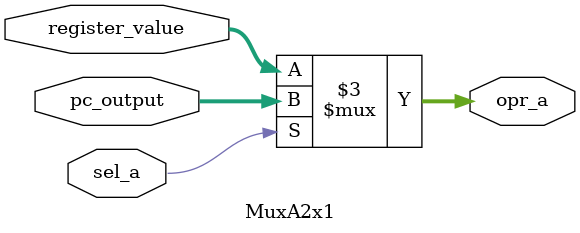
<source format=sv>
module MuxA2x1(
    input logic  sel_a,
    input logic [31:0] pc_output,
    input logic [31:0] register_value,
    output logic [31:0] opr_a

);
always_comb begin
        if (sel_a) begin
            opr_a = pc_output;         // If sel_a is 1, choose pc_output
        end else begin
            opr_a = register_value;    // If sel_a is 0, choose register_value
        end
    end


endmodule
</source>
